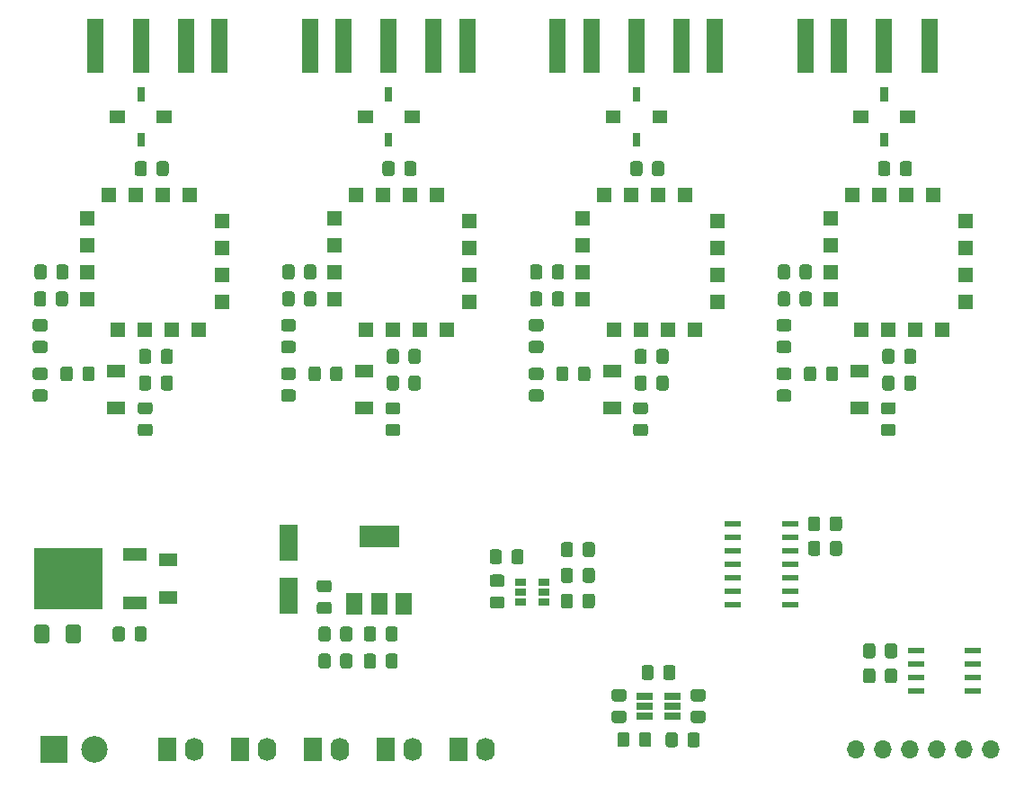
<source format=gbr>
G04 #@! TF.GenerationSoftware,KiCad,Pcbnew,5.1.6+dfsg1-1~bpo10+1*
G04 #@! TF.CreationDate,2020-10-03T08:29:09-04:00*
G04 #@! TF.ProjectId,hardware,68617264-7761-4726-952e-6b696361645f,1.0.0*
G04 #@! TF.SameCoordinates,Original*
G04 #@! TF.FileFunction,Copper,L1,Top*
G04 #@! TF.FilePolarity,Positive*
%FSLAX46Y46*%
G04 Gerber Fmt 4.6, Leading zero omitted, Abs format (unit mm)*
G04 Created by KiCad (PCBNEW 5.1.6+dfsg1-1~bpo10+1) date 2020-10-03 08:29:09*
%MOMM*%
%LPD*%
G01*
G04 APERTURE LIST*
G04 #@! TA.AperFunction,ComponentPad*
%ADD10R,1.740000X2.200000*%
G04 #@! TD*
G04 #@! TA.AperFunction,ComponentPad*
%ADD11O,1.740000X2.200000*%
G04 #@! TD*
G04 #@! TA.AperFunction,SMDPad,CuDef*
%ADD12R,1.320000X1.320000*%
G04 #@! TD*
G04 #@! TA.AperFunction,SMDPad,CuDef*
%ADD13R,1.800000X3.500000*%
G04 #@! TD*
G04 #@! TA.AperFunction,SMDPad,CuDef*
%ADD14R,2.200000X1.200000*%
G04 #@! TD*
G04 #@! TA.AperFunction,SMDPad,CuDef*
%ADD15R,6.400000X5.800000*%
G04 #@! TD*
G04 #@! TA.AperFunction,SMDPad,CuDef*
%ADD16C,0.100000*%
G04 #@! TD*
G04 #@! TA.AperFunction,SMDPad,CuDef*
%ADD17R,3.800000X2.000000*%
G04 #@! TD*
G04 #@! TA.AperFunction,SMDPad,CuDef*
%ADD18R,1.500000X2.000000*%
G04 #@! TD*
G04 #@! TA.AperFunction,SMDPad,CuDef*
%ADD19R,1.560000X0.650000*%
G04 #@! TD*
G04 #@! TA.AperFunction,ComponentPad*
%ADD20O,1.700000X1.700000*%
G04 #@! TD*
G04 #@! TA.AperFunction,ComponentPad*
%ADD21R,2.499360X2.499360*%
G04 #@! TD*
G04 #@! TA.AperFunction,ComponentPad*
%ADD22C,2.499360*%
G04 #@! TD*
G04 #@! TA.AperFunction,SMDPad,CuDef*
%ADD23R,1.500000X0.600000*%
G04 #@! TD*
G04 #@! TA.AperFunction,SMDPad,CuDef*
%ADD24R,1.700000X1.300000*%
G04 #@! TD*
G04 #@! TA.AperFunction,SMDPad,CuDef*
%ADD25R,1.500000X5.080000*%
G04 #@! TD*
G04 #@! TA.AperFunction,SMDPad,CuDef*
%ADD26R,1.550000X0.600000*%
G04 #@! TD*
G04 #@! TA.AperFunction,SMDPad,CuDef*
%ADD27R,1.060000X0.650000*%
G04 #@! TD*
G04 APERTURE END LIST*
D10*
X82500000Y-120750000D03*
D11*
X85040000Y-120750000D03*
X112485001Y-120750000D03*
D10*
X109945001Y-120750000D03*
D11*
X105623750Y-120750000D03*
D10*
X103083750Y-120750000D03*
X96222500Y-120750000D03*
D11*
X98762500Y-120750000D03*
X91901250Y-120750000D03*
D10*
X89361250Y-120750000D03*
D12*
X157640000Y-78583000D03*
X157640000Y-76043000D03*
X157640000Y-73503000D03*
X157640000Y-70963000D03*
X144940000Y-78329000D03*
X144940000Y-75789000D03*
X144940000Y-73249000D03*
X144940000Y-70709000D03*
X155481000Y-81250000D03*
X152941000Y-81250000D03*
X150401000Y-81250000D03*
X147861000Y-81250000D03*
X146972000Y-68550000D03*
X149512000Y-68550000D03*
X152052000Y-68550000D03*
X154592000Y-68550000D03*
X134306664Y-78583000D03*
X134306664Y-76043000D03*
X134306664Y-73503000D03*
X134306664Y-70963000D03*
X121606664Y-78329000D03*
X121606664Y-75789000D03*
X121606664Y-73249000D03*
X121606664Y-70709000D03*
X132147664Y-81250000D03*
X129607664Y-81250000D03*
X127067664Y-81250000D03*
X124527664Y-81250000D03*
X123638664Y-68550000D03*
X126178664Y-68550000D03*
X128718664Y-68550000D03*
X131258664Y-68550000D03*
X110971332Y-78583000D03*
X110971332Y-76043000D03*
X110971332Y-73503000D03*
X110971332Y-70963000D03*
X98271332Y-78329000D03*
X98271332Y-75789000D03*
X98271332Y-73249000D03*
X98271332Y-70709000D03*
X108812332Y-81250000D03*
X106272332Y-81250000D03*
X103732332Y-81250000D03*
X101192332Y-81250000D03*
X100303332Y-68550000D03*
X102843332Y-68550000D03*
X105383332Y-68550000D03*
X107923332Y-68550000D03*
X84590000Y-68550000D03*
X82050000Y-68550000D03*
X79510000Y-68550000D03*
X76970000Y-68550000D03*
X77859000Y-81250000D03*
X80399000Y-81250000D03*
X82939000Y-81250000D03*
X85479000Y-81250000D03*
X74938000Y-70709000D03*
X74938000Y-73249000D03*
X74938000Y-75789000D03*
X74938000Y-78329000D03*
X87638000Y-70963000D03*
X87638000Y-73503000D03*
X87638000Y-76043000D03*
X87638000Y-78583000D03*
G04 #@! TA.AperFunction,SMDPad,CuDef*
G36*
G01*
X69938000Y-78779001D02*
X69938000Y-77878999D01*
G75*
G02*
X70187999Y-77629000I249999J0D01*
G01*
X70838001Y-77629000D01*
G75*
G02*
X71088000Y-77878999I0J-249999D01*
G01*
X71088000Y-78779001D01*
G75*
G02*
X70838001Y-79029000I-249999J0D01*
G01*
X70187999Y-79029000D01*
G75*
G02*
X69938000Y-78779001I0J249999D01*
G01*
G37*
G04 #@! TD.AperFunction*
G04 #@! TA.AperFunction,SMDPad,CuDef*
G36*
G01*
X71988000Y-78779001D02*
X71988000Y-77878999D01*
G75*
G02*
X72237999Y-77629000I249999J0D01*
G01*
X72888001Y-77629000D01*
G75*
G02*
X73138000Y-77878999I0J-249999D01*
G01*
X73138000Y-78779001D01*
G75*
G02*
X72888001Y-79029000I-249999J0D01*
G01*
X72237999Y-79029000D01*
G75*
G02*
X71988000Y-78779001I0J249999D01*
G01*
G37*
G04 #@! TD.AperFunction*
G04 #@! TA.AperFunction,SMDPad,CuDef*
G36*
G01*
X72038000Y-76239001D02*
X72038000Y-75338999D01*
G75*
G02*
X72287999Y-75089000I249999J0D01*
G01*
X72938001Y-75089000D01*
G75*
G02*
X73188000Y-75338999I0J-249999D01*
G01*
X73188000Y-76239001D01*
G75*
G02*
X72938001Y-76489000I-249999J0D01*
G01*
X72287999Y-76489000D01*
G75*
G02*
X72038000Y-76239001I0J249999D01*
G01*
G37*
G04 #@! TD.AperFunction*
G04 #@! TA.AperFunction,SMDPad,CuDef*
G36*
G01*
X69988000Y-76239001D02*
X69988000Y-75338999D01*
G75*
G02*
X70237999Y-75089000I249999J0D01*
G01*
X70888001Y-75089000D01*
G75*
G02*
X71138000Y-75338999I0J-249999D01*
G01*
X71138000Y-76239001D01*
G75*
G02*
X70888001Y-76489000I-249999J0D01*
G01*
X70237999Y-76489000D01*
G75*
G02*
X69988000Y-76239001I0J249999D01*
G01*
G37*
G04 #@! TD.AperFunction*
G04 #@! TA.AperFunction,SMDPad,CuDef*
G36*
G01*
X93321332Y-78779001D02*
X93321332Y-77878999D01*
G75*
G02*
X93571331Y-77629000I249999J0D01*
G01*
X94221333Y-77629000D01*
G75*
G02*
X94471332Y-77878999I0J-249999D01*
G01*
X94471332Y-78779001D01*
G75*
G02*
X94221333Y-79029000I-249999J0D01*
G01*
X93571331Y-79029000D01*
G75*
G02*
X93321332Y-78779001I0J249999D01*
G01*
G37*
G04 #@! TD.AperFunction*
G04 #@! TA.AperFunction,SMDPad,CuDef*
G36*
G01*
X95371332Y-78779001D02*
X95371332Y-77878999D01*
G75*
G02*
X95621331Y-77629000I249999J0D01*
G01*
X96271333Y-77629000D01*
G75*
G02*
X96521332Y-77878999I0J-249999D01*
G01*
X96521332Y-78779001D01*
G75*
G02*
X96271333Y-79029000I-249999J0D01*
G01*
X95621331Y-79029000D01*
G75*
G02*
X95371332Y-78779001I0J249999D01*
G01*
G37*
G04 #@! TD.AperFunction*
G04 #@! TA.AperFunction,SMDPad,CuDef*
G36*
G01*
X95371332Y-76239001D02*
X95371332Y-75338999D01*
G75*
G02*
X95621331Y-75089000I249999J0D01*
G01*
X96271333Y-75089000D01*
G75*
G02*
X96521332Y-75338999I0J-249999D01*
G01*
X96521332Y-76239001D01*
G75*
G02*
X96271333Y-76489000I-249999J0D01*
G01*
X95621331Y-76489000D01*
G75*
G02*
X95371332Y-76239001I0J249999D01*
G01*
G37*
G04 #@! TD.AperFunction*
G04 #@! TA.AperFunction,SMDPad,CuDef*
G36*
G01*
X93321332Y-76239001D02*
X93321332Y-75338999D01*
G75*
G02*
X93571331Y-75089000I249999J0D01*
G01*
X94221333Y-75089000D01*
G75*
G02*
X94471332Y-75338999I0J-249999D01*
G01*
X94471332Y-76239001D01*
G75*
G02*
X94221333Y-76489000I-249999J0D01*
G01*
X93571331Y-76489000D01*
G75*
G02*
X93321332Y-76239001I0J249999D01*
G01*
G37*
G04 #@! TD.AperFunction*
G04 #@! TA.AperFunction,SMDPad,CuDef*
G36*
G01*
X118706664Y-78779001D02*
X118706664Y-77878999D01*
G75*
G02*
X118956663Y-77629000I249999J0D01*
G01*
X119606665Y-77629000D01*
G75*
G02*
X119856664Y-77878999I0J-249999D01*
G01*
X119856664Y-78779001D01*
G75*
G02*
X119606665Y-79029000I-249999J0D01*
G01*
X118956663Y-79029000D01*
G75*
G02*
X118706664Y-78779001I0J249999D01*
G01*
G37*
G04 #@! TD.AperFunction*
G04 #@! TA.AperFunction,SMDPad,CuDef*
G36*
G01*
X116656664Y-78779001D02*
X116656664Y-77878999D01*
G75*
G02*
X116906663Y-77629000I249999J0D01*
G01*
X117556665Y-77629000D01*
G75*
G02*
X117806664Y-77878999I0J-249999D01*
G01*
X117806664Y-78779001D01*
G75*
G02*
X117556665Y-79029000I-249999J0D01*
G01*
X116906663Y-79029000D01*
G75*
G02*
X116656664Y-78779001I0J249999D01*
G01*
G37*
G04 #@! TD.AperFunction*
G04 #@! TA.AperFunction,SMDPad,CuDef*
G36*
G01*
X116656664Y-76239001D02*
X116656664Y-75338999D01*
G75*
G02*
X116906663Y-75089000I249999J0D01*
G01*
X117556665Y-75089000D01*
G75*
G02*
X117806664Y-75338999I0J-249999D01*
G01*
X117806664Y-76239001D01*
G75*
G02*
X117556665Y-76489000I-249999J0D01*
G01*
X116906663Y-76489000D01*
G75*
G02*
X116656664Y-76239001I0J249999D01*
G01*
G37*
G04 #@! TD.AperFunction*
G04 #@! TA.AperFunction,SMDPad,CuDef*
G36*
G01*
X118706664Y-76239001D02*
X118706664Y-75338999D01*
G75*
G02*
X118956663Y-75089000I249999J0D01*
G01*
X119606665Y-75089000D01*
G75*
G02*
X119856664Y-75338999I0J-249999D01*
G01*
X119856664Y-76239001D01*
G75*
G02*
X119606665Y-76489000I-249999J0D01*
G01*
X118956663Y-76489000D01*
G75*
G02*
X118706664Y-76239001I0J249999D01*
G01*
G37*
G04 #@! TD.AperFunction*
G04 #@! TA.AperFunction,SMDPad,CuDef*
G36*
G01*
X142040000Y-78779001D02*
X142040000Y-77878999D01*
G75*
G02*
X142289999Y-77629000I249999J0D01*
G01*
X142940001Y-77629000D01*
G75*
G02*
X143190000Y-77878999I0J-249999D01*
G01*
X143190000Y-78779001D01*
G75*
G02*
X142940001Y-79029000I-249999J0D01*
G01*
X142289999Y-79029000D01*
G75*
G02*
X142040000Y-78779001I0J249999D01*
G01*
G37*
G04 #@! TD.AperFunction*
G04 #@! TA.AperFunction,SMDPad,CuDef*
G36*
G01*
X139990000Y-78779001D02*
X139990000Y-77878999D01*
G75*
G02*
X140239999Y-77629000I249999J0D01*
G01*
X140890001Y-77629000D01*
G75*
G02*
X141140000Y-77878999I0J-249999D01*
G01*
X141140000Y-78779001D01*
G75*
G02*
X140890001Y-79029000I-249999J0D01*
G01*
X140239999Y-79029000D01*
G75*
G02*
X139990000Y-78779001I0J249999D01*
G01*
G37*
G04 #@! TD.AperFunction*
G04 #@! TA.AperFunction,SMDPad,CuDef*
G36*
G01*
X139990000Y-76239001D02*
X139990000Y-75338999D01*
G75*
G02*
X140239999Y-75089000I249999J0D01*
G01*
X140890001Y-75089000D01*
G75*
G02*
X141140000Y-75338999I0J-249999D01*
G01*
X141140000Y-76239001D01*
G75*
G02*
X140890001Y-76489000I-249999J0D01*
G01*
X140239999Y-76489000D01*
G75*
G02*
X139990000Y-76239001I0J249999D01*
G01*
G37*
G04 #@! TD.AperFunction*
G04 #@! TA.AperFunction,SMDPad,CuDef*
G36*
G01*
X142040000Y-76239001D02*
X142040000Y-75338999D01*
G75*
G02*
X142289999Y-75089000I249999J0D01*
G01*
X142940001Y-75089000D01*
G75*
G02*
X143190000Y-75338999I0J-249999D01*
G01*
X143190000Y-76239001D01*
G75*
G02*
X142940001Y-76489000I-249999J0D01*
G01*
X142289999Y-76489000D01*
G75*
G02*
X142040000Y-76239001I0J249999D01*
G01*
G37*
G04 #@! TD.AperFunction*
G04 #@! TA.AperFunction,SMDPad,CuDef*
G36*
G01*
X79425000Y-66500001D02*
X79425000Y-65599999D01*
G75*
G02*
X79674999Y-65350000I249999J0D01*
G01*
X80325001Y-65350000D01*
G75*
G02*
X80575000Y-65599999I0J-249999D01*
G01*
X80575000Y-66500001D01*
G75*
G02*
X80325001Y-66750000I-249999J0D01*
G01*
X79674999Y-66750000D01*
G75*
G02*
X79425000Y-66500001I0J249999D01*
G01*
G37*
G04 #@! TD.AperFunction*
G04 #@! TA.AperFunction,SMDPad,CuDef*
G36*
G01*
X81475000Y-66500001D02*
X81475000Y-65599999D01*
G75*
G02*
X81724999Y-65350000I249999J0D01*
G01*
X82375001Y-65350000D01*
G75*
G02*
X82625000Y-65599999I0J-249999D01*
G01*
X82625000Y-66500001D01*
G75*
G02*
X82375001Y-66750000I-249999J0D01*
G01*
X81724999Y-66750000D01*
G75*
G02*
X81475000Y-66500001I0J249999D01*
G01*
G37*
G04 #@! TD.AperFunction*
G04 #@! TA.AperFunction,SMDPad,CuDef*
G36*
G01*
X102758332Y-66500001D02*
X102758332Y-65599999D01*
G75*
G02*
X103008331Y-65350000I249999J0D01*
G01*
X103658333Y-65350000D01*
G75*
G02*
X103908332Y-65599999I0J-249999D01*
G01*
X103908332Y-66500001D01*
G75*
G02*
X103658333Y-66750000I-249999J0D01*
G01*
X103008331Y-66750000D01*
G75*
G02*
X102758332Y-66500001I0J249999D01*
G01*
G37*
G04 #@! TD.AperFunction*
G04 #@! TA.AperFunction,SMDPad,CuDef*
G36*
G01*
X104808332Y-66500001D02*
X104808332Y-65599999D01*
G75*
G02*
X105058331Y-65350000I249999J0D01*
G01*
X105708333Y-65350000D01*
G75*
G02*
X105958332Y-65599999I0J-249999D01*
G01*
X105958332Y-66500001D01*
G75*
G02*
X105708333Y-66750000I-249999J0D01*
G01*
X105058331Y-66750000D01*
G75*
G02*
X104808332Y-66500001I0J249999D01*
G01*
G37*
G04 #@! TD.AperFunction*
G04 #@! TA.AperFunction,SMDPad,CuDef*
G36*
G01*
X126093664Y-66500001D02*
X126093664Y-65599999D01*
G75*
G02*
X126343663Y-65350000I249999J0D01*
G01*
X126993665Y-65350000D01*
G75*
G02*
X127243664Y-65599999I0J-249999D01*
G01*
X127243664Y-66500001D01*
G75*
G02*
X126993665Y-66750000I-249999J0D01*
G01*
X126343663Y-66750000D01*
G75*
G02*
X126093664Y-66500001I0J249999D01*
G01*
G37*
G04 #@! TD.AperFunction*
G04 #@! TA.AperFunction,SMDPad,CuDef*
G36*
G01*
X128143664Y-66500001D02*
X128143664Y-65599999D01*
G75*
G02*
X128393663Y-65350000I249999J0D01*
G01*
X129043665Y-65350000D01*
G75*
G02*
X129293664Y-65599999I0J-249999D01*
G01*
X129293664Y-66500001D01*
G75*
G02*
X129043665Y-66750000I-249999J0D01*
G01*
X128393663Y-66750000D01*
G75*
G02*
X128143664Y-66500001I0J249999D01*
G01*
G37*
G04 #@! TD.AperFunction*
G04 #@! TA.AperFunction,SMDPad,CuDef*
G36*
G01*
X151477000Y-66500001D02*
X151477000Y-65599999D01*
G75*
G02*
X151726999Y-65350000I249999J0D01*
G01*
X152377001Y-65350000D01*
G75*
G02*
X152627000Y-65599999I0J-249999D01*
G01*
X152627000Y-66500001D01*
G75*
G02*
X152377001Y-66750000I-249999J0D01*
G01*
X151726999Y-66750000D01*
G75*
G02*
X151477000Y-66500001I0J249999D01*
G01*
G37*
G04 #@! TD.AperFunction*
G04 #@! TA.AperFunction,SMDPad,CuDef*
G36*
G01*
X149427000Y-66500001D02*
X149427000Y-65599999D01*
G75*
G02*
X149676999Y-65350000I249999J0D01*
G01*
X150327001Y-65350000D01*
G75*
G02*
X150577000Y-65599999I0J-249999D01*
G01*
X150577000Y-66500001D01*
G75*
G02*
X150327001Y-66750000I-249999J0D01*
G01*
X149676999Y-66750000D01*
G75*
G02*
X149427000Y-66500001I0J249999D01*
G01*
G37*
G04 #@! TD.AperFunction*
G04 #@! TA.AperFunction,SMDPad,CuDef*
G36*
G01*
X81874000Y-86700001D02*
X81874000Y-85799999D01*
G75*
G02*
X82123999Y-85550000I249999J0D01*
G01*
X82774001Y-85550000D01*
G75*
G02*
X83024000Y-85799999I0J-249999D01*
G01*
X83024000Y-86700001D01*
G75*
G02*
X82774001Y-86950000I-249999J0D01*
G01*
X82123999Y-86950000D01*
G75*
G02*
X81874000Y-86700001I0J249999D01*
G01*
G37*
G04 #@! TD.AperFunction*
G04 #@! TA.AperFunction,SMDPad,CuDef*
G36*
G01*
X79824000Y-86700001D02*
X79824000Y-85799999D01*
G75*
G02*
X80073999Y-85550000I249999J0D01*
G01*
X80724001Y-85550000D01*
G75*
G02*
X80974000Y-85799999I0J-249999D01*
G01*
X80974000Y-86700001D01*
G75*
G02*
X80724001Y-86950000I-249999J0D01*
G01*
X80073999Y-86950000D01*
G75*
G02*
X79824000Y-86700001I0J249999D01*
G01*
G37*
G04 #@! TD.AperFunction*
G04 #@! TA.AperFunction,SMDPad,CuDef*
G36*
G01*
X79824000Y-84200001D02*
X79824000Y-83299999D01*
G75*
G02*
X80073999Y-83050000I249999J0D01*
G01*
X80724001Y-83050000D01*
G75*
G02*
X80974000Y-83299999I0J-249999D01*
G01*
X80974000Y-84200001D01*
G75*
G02*
X80724001Y-84450000I-249999J0D01*
G01*
X80073999Y-84450000D01*
G75*
G02*
X79824000Y-84200001I0J249999D01*
G01*
G37*
G04 #@! TD.AperFunction*
G04 #@! TA.AperFunction,SMDPad,CuDef*
G36*
G01*
X81874000Y-84200001D02*
X81874000Y-83299999D01*
G75*
G02*
X82123999Y-83050000I249999J0D01*
G01*
X82774001Y-83050000D01*
G75*
G02*
X83024000Y-83299999I0J-249999D01*
G01*
X83024000Y-84200001D01*
G75*
G02*
X82774001Y-84450000I-249999J0D01*
G01*
X82123999Y-84450000D01*
G75*
G02*
X81874000Y-84200001I0J249999D01*
G01*
G37*
G04 #@! TD.AperFunction*
G04 #@! TA.AperFunction,SMDPad,CuDef*
G36*
G01*
X105207332Y-86700001D02*
X105207332Y-85799999D01*
G75*
G02*
X105457331Y-85550000I249999J0D01*
G01*
X106107333Y-85550000D01*
G75*
G02*
X106357332Y-85799999I0J-249999D01*
G01*
X106357332Y-86700001D01*
G75*
G02*
X106107333Y-86950000I-249999J0D01*
G01*
X105457331Y-86950000D01*
G75*
G02*
X105207332Y-86700001I0J249999D01*
G01*
G37*
G04 #@! TD.AperFunction*
G04 #@! TA.AperFunction,SMDPad,CuDef*
G36*
G01*
X103157332Y-86700001D02*
X103157332Y-85799999D01*
G75*
G02*
X103407331Y-85550000I249999J0D01*
G01*
X104057333Y-85550000D01*
G75*
G02*
X104307332Y-85799999I0J-249999D01*
G01*
X104307332Y-86700001D01*
G75*
G02*
X104057333Y-86950000I-249999J0D01*
G01*
X103407331Y-86950000D01*
G75*
G02*
X103157332Y-86700001I0J249999D01*
G01*
G37*
G04 #@! TD.AperFunction*
G04 #@! TA.AperFunction,SMDPad,CuDef*
G36*
G01*
X103157332Y-84200001D02*
X103157332Y-83299999D01*
G75*
G02*
X103407331Y-83050000I249999J0D01*
G01*
X104057333Y-83050000D01*
G75*
G02*
X104307332Y-83299999I0J-249999D01*
G01*
X104307332Y-84200001D01*
G75*
G02*
X104057333Y-84450000I-249999J0D01*
G01*
X103407331Y-84450000D01*
G75*
G02*
X103157332Y-84200001I0J249999D01*
G01*
G37*
G04 #@! TD.AperFunction*
G04 #@! TA.AperFunction,SMDPad,CuDef*
G36*
G01*
X105207332Y-84200001D02*
X105207332Y-83299999D01*
G75*
G02*
X105457331Y-83050000I249999J0D01*
G01*
X106107333Y-83050000D01*
G75*
G02*
X106357332Y-83299999I0J-249999D01*
G01*
X106357332Y-84200001D01*
G75*
G02*
X106107333Y-84450000I-249999J0D01*
G01*
X105457331Y-84450000D01*
G75*
G02*
X105207332Y-84200001I0J249999D01*
G01*
G37*
G04 #@! TD.AperFunction*
G04 #@! TA.AperFunction,SMDPad,CuDef*
G36*
G01*
X128542664Y-86700001D02*
X128542664Y-85799999D01*
G75*
G02*
X128792663Y-85550000I249999J0D01*
G01*
X129442665Y-85550000D01*
G75*
G02*
X129692664Y-85799999I0J-249999D01*
G01*
X129692664Y-86700001D01*
G75*
G02*
X129442665Y-86950000I-249999J0D01*
G01*
X128792663Y-86950000D01*
G75*
G02*
X128542664Y-86700001I0J249999D01*
G01*
G37*
G04 #@! TD.AperFunction*
G04 #@! TA.AperFunction,SMDPad,CuDef*
G36*
G01*
X126492664Y-86700001D02*
X126492664Y-85799999D01*
G75*
G02*
X126742663Y-85550000I249999J0D01*
G01*
X127392665Y-85550000D01*
G75*
G02*
X127642664Y-85799999I0J-249999D01*
G01*
X127642664Y-86700001D01*
G75*
G02*
X127392665Y-86950000I-249999J0D01*
G01*
X126742663Y-86950000D01*
G75*
G02*
X126492664Y-86700001I0J249999D01*
G01*
G37*
G04 #@! TD.AperFunction*
G04 #@! TA.AperFunction,SMDPad,CuDef*
G36*
G01*
X126492664Y-84200001D02*
X126492664Y-83299999D01*
G75*
G02*
X126742663Y-83050000I249999J0D01*
G01*
X127392665Y-83050000D01*
G75*
G02*
X127642664Y-83299999I0J-249999D01*
G01*
X127642664Y-84200001D01*
G75*
G02*
X127392665Y-84450000I-249999J0D01*
G01*
X126742663Y-84450000D01*
G75*
G02*
X126492664Y-84200001I0J249999D01*
G01*
G37*
G04 #@! TD.AperFunction*
G04 #@! TA.AperFunction,SMDPad,CuDef*
G36*
G01*
X128542664Y-84200001D02*
X128542664Y-83299999D01*
G75*
G02*
X128792663Y-83050000I249999J0D01*
G01*
X129442665Y-83050000D01*
G75*
G02*
X129692664Y-83299999I0J-249999D01*
G01*
X129692664Y-84200001D01*
G75*
G02*
X129442665Y-84450000I-249999J0D01*
G01*
X128792663Y-84450000D01*
G75*
G02*
X128542664Y-84200001I0J249999D01*
G01*
G37*
G04 #@! TD.AperFunction*
G04 #@! TA.AperFunction,SMDPad,CuDef*
G36*
G01*
X149826000Y-86700001D02*
X149826000Y-85799999D01*
G75*
G02*
X150075999Y-85550000I249999J0D01*
G01*
X150726001Y-85550000D01*
G75*
G02*
X150976000Y-85799999I0J-249999D01*
G01*
X150976000Y-86700001D01*
G75*
G02*
X150726001Y-86950000I-249999J0D01*
G01*
X150075999Y-86950000D01*
G75*
G02*
X149826000Y-86700001I0J249999D01*
G01*
G37*
G04 #@! TD.AperFunction*
G04 #@! TA.AperFunction,SMDPad,CuDef*
G36*
G01*
X151876000Y-86700001D02*
X151876000Y-85799999D01*
G75*
G02*
X152125999Y-85550000I249999J0D01*
G01*
X152776001Y-85550000D01*
G75*
G02*
X153026000Y-85799999I0J-249999D01*
G01*
X153026000Y-86700001D01*
G75*
G02*
X152776001Y-86950000I-249999J0D01*
G01*
X152125999Y-86950000D01*
G75*
G02*
X151876000Y-86700001I0J249999D01*
G01*
G37*
G04 #@! TD.AperFunction*
G04 #@! TA.AperFunction,SMDPad,CuDef*
G36*
G01*
X151876000Y-84200001D02*
X151876000Y-83299999D01*
G75*
G02*
X152125999Y-83050000I249999J0D01*
G01*
X152776001Y-83050000D01*
G75*
G02*
X153026000Y-83299999I0J-249999D01*
G01*
X153026000Y-84200001D01*
G75*
G02*
X152776001Y-84450000I-249999J0D01*
G01*
X152125999Y-84450000D01*
G75*
G02*
X151876000Y-84200001I0J249999D01*
G01*
G37*
G04 #@! TD.AperFunction*
G04 #@! TA.AperFunction,SMDPad,CuDef*
G36*
G01*
X149826000Y-84200001D02*
X149826000Y-83299999D01*
G75*
G02*
X150075999Y-83050000I249999J0D01*
G01*
X150726001Y-83050000D01*
G75*
G02*
X150976000Y-83299999I0J-249999D01*
G01*
X150976000Y-84200001D01*
G75*
G02*
X150726001Y-84450000I-249999J0D01*
G01*
X150075999Y-84450000D01*
G75*
G02*
X149826000Y-84200001I0J249999D01*
G01*
G37*
G04 #@! TD.AperFunction*
G04 #@! TA.AperFunction,SMDPad,CuDef*
G36*
G01*
X143980000Y-101379999D02*
X143980000Y-102280001D01*
G75*
G02*
X143730001Y-102530000I-249999J0D01*
G01*
X143079999Y-102530000D01*
G75*
G02*
X142830000Y-102280001I0J249999D01*
G01*
X142830000Y-101379999D01*
G75*
G02*
X143079999Y-101130000I249999J0D01*
G01*
X143730001Y-101130000D01*
G75*
G02*
X143980000Y-101379999I0J-249999D01*
G01*
G37*
G04 #@! TD.AperFunction*
G04 #@! TA.AperFunction,SMDPad,CuDef*
G36*
G01*
X146030000Y-101379999D02*
X146030000Y-102280001D01*
G75*
G02*
X145780001Y-102530000I-249999J0D01*
G01*
X145129999Y-102530000D01*
G75*
G02*
X144880000Y-102280001I0J249999D01*
G01*
X144880000Y-101379999D01*
G75*
G02*
X145129999Y-101130000I249999J0D01*
G01*
X145780001Y-101130000D01*
G75*
G02*
X146030000Y-101379999I0J-249999D01*
G01*
G37*
G04 #@! TD.AperFunction*
G04 #@! TA.AperFunction,SMDPad,CuDef*
G36*
G01*
X146030000Y-99064999D02*
X146030000Y-99965001D01*
G75*
G02*
X145780001Y-100215000I-249999J0D01*
G01*
X145129999Y-100215000D01*
G75*
G02*
X144880000Y-99965001I0J249999D01*
G01*
X144880000Y-99064999D01*
G75*
G02*
X145129999Y-98815000I249999J0D01*
G01*
X145780001Y-98815000D01*
G75*
G02*
X146030000Y-99064999I0J-249999D01*
G01*
G37*
G04 #@! TD.AperFunction*
G04 #@! TA.AperFunction,SMDPad,CuDef*
G36*
G01*
X143980000Y-99064999D02*
X143980000Y-99965001D01*
G75*
G02*
X143730001Y-100215000I-249999J0D01*
G01*
X143079999Y-100215000D01*
G75*
G02*
X142830000Y-99965001I0J249999D01*
G01*
X142830000Y-99064999D01*
G75*
G02*
X143079999Y-98815000I249999J0D01*
G01*
X143730001Y-98815000D01*
G75*
G02*
X143980000Y-99064999I0J-249999D01*
G01*
G37*
G04 #@! TD.AperFunction*
G04 #@! TA.AperFunction,SMDPad,CuDef*
G36*
G01*
X148020000Y-114290001D02*
X148020000Y-113389999D01*
G75*
G02*
X148269999Y-113140000I249999J0D01*
G01*
X148920001Y-113140000D01*
G75*
G02*
X149170000Y-113389999I0J-249999D01*
G01*
X149170000Y-114290001D01*
G75*
G02*
X148920001Y-114540000I-249999J0D01*
G01*
X148269999Y-114540000D01*
G75*
G02*
X148020000Y-114290001I0J249999D01*
G01*
G37*
G04 #@! TD.AperFunction*
G04 #@! TA.AperFunction,SMDPad,CuDef*
G36*
G01*
X150070000Y-114290001D02*
X150070000Y-113389999D01*
G75*
G02*
X150319999Y-113140000I249999J0D01*
G01*
X150970001Y-113140000D01*
G75*
G02*
X151220000Y-113389999I0J-249999D01*
G01*
X151220000Y-114290001D01*
G75*
G02*
X150970001Y-114540000I-249999J0D01*
G01*
X150319999Y-114540000D01*
G75*
G02*
X150070000Y-114290001I0J249999D01*
G01*
G37*
G04 #@! TD.AperFunction*
G04 #@! TA.AperFunction,SMDPad,CuDef*
G36*
G01*
X150070000Y-111940001D02*
X150070000Y-111039999D01*
G75*
G02*
X150319999Y-110790000I249999J0D01*
G01*
X150970001Y-110790000D01*
G75*
G02*
X151220000Y-111039999I0J-249999D01*
G01*
X151220000Y-111940001D01*
G75*
G02*
X150970001Y-112190000I-249999J0D01*
G01*
X150319999Y-112190000D01*
G75*
G02*
X150070000Y-111940001I0J249999D01*
G01*
G37*
G04 #@! TD.AperFunction*
G04 #@! TA.AperFunction,SMDPad,CuDef*
G36*
G01*
X148020000Y-111940001D02*
X148020000Y-111039999D01*
G75*
G02*
X148269999Y-110790000I249999J0D01*
G01*
X148920001Y-110790000D01*
G75*
G02*
X149170000Y-111039999I0J-249999D01*
G01*
X149170000Y-111940001D01*
G75*
G02*
X148920001Y-112190000I-249999J0D01*
G01*
X148269999Y-112190000D01*
G75*
G02*
X148020000Y-111940001I0J249999D01*
G01*
G37*
G04 #@! TD.AperFunction*
G04 #@! TA.AperFunction,SMDPad,CuDef*
G36*
G01*
X104200000Y-109449999D02*
X104200000Y-110350001D01*
G75*
G02*
X103950001Y-110600000I-249999J0D01*
G01*
X103299999Y-110600000D01*
G75*
G02*
X103050000Y-110350001I0J249999D01*
G01*
X103050000Y-109449999D01*
G75*
G02*
X103299999Y-109200000I249999J0D01*
G01*
X103950001Y-109200000D01*
G75*
G02*
X104200000Y-109449999I0J-249999D01*
G01*
G37*
G04 #@! TD.AperFunction*
G04 #@! TA.AperFunction,SMDPad,CuDef*
G36*
G01*
X102150000Y-109449999D02*
X102150000Y-110350001D01*
G75*
G02*
X101900001Y-110600000I-249999J0D01*
G01*
X101249999Y-110600000D01*
G75*
G02*
X101000000Y-110350001I0J249999D01*
G01*
X101000000Y-109449999D01*
G75*
G02*
X101249999Y-109200000I249999J0D01*
G01*
X101900001Y-109200000D01*
G75*
G02*
X102150000Y-109449999I0J-249999D01*
G01*
G37*
G04 #@! TD.AperFunction*
G04 #@! TA.AperFunction,SMDPad,CuDef*
G36*
G01*
X104200000Y-111999999D02*
X104200000Y-112900001D01*
G75*
G02*
X103950001Y-113150000I-249999J0D01*
G01*
X103299999Y-113150000D01*
G75*
G02*
X103050000Y-112900001I0J249999D01*
G01*
X103050000Y-111999999D01*
G75*
G02*
X103299999Y-111750000I249999J0D01*
G01*
X103950001Y-111750000D01*
G75*
G02*
X104200000Y-111999999I0J-249999D01*
G01*
G37*
G04 #@! TD.AperFunction*
G04 #@! TA.AperFunction,SMDPad,CuDef*
G36*
G01*
X102150000Y-111999999D02*
X102150000Y-112900001D01*
G75*
G02*
X101900001Y-113150000I-249999J0D01*
G01*
X101249999Y-113150000D01*
G75*
G02*
X101000000Y-112900001I0J249999D01*
G01*
X101000000Y-111999999D01*
G75*
G02*
X101249999Y-111750000I249999J0D01*
G01*
X101900001Y-111750000D01*
G75*
G02*
X102150000Y-111999999I0J-249999D01*
G01*
G37*
G04 #@! TD.AperFunction*
G04 #@! TA.AperFunction,SMDPad,CuDef*
G36*
G01*
X125480001Y-116245000D02*
X124579999Y-116245000D01*
G75*
G02*
X124330000Y-115995001I0J249999D01*
G01*
X124330000Y-115344999D01*
G75*
G02*
X124579999Y-115095000I249999J0D01*
G01*
X125480001Y-115095000D01*
G75*
G02*
X125730000Y-115344999I0J-249999D01*
G01*
X125730000Y-115995001D01*
G75*
G02*
X125480001Y-116245000I-249999J0D01*
G01*
G37*
G04 #@! TD.AperFunction*
G04 #@! TA.AperFunction,SMDPad,CuDef*
G36*
G01*
X125480001Y-118295000D02*
X124579999Y-118295000D01*
G75*
G02*
X124330000Y-118045001I0J249999D01*
G01*
X124330000Y-117394999D01*
G75*
G02*
X124579999Y-117145000I249999J0D01*
G01*
X125480001Y-117145000D01*
G75*
G02*
X125730000Y-117394999I0J-249999D01*
G01*
X125730000Y-118045001D01*
G75*
G02*
X125480001Y-118295000I-249999J0D01*
G01*
G37*
G04 #@! TD.AperFunction*
G04 #@! TA.AperFunction,SMDPad,CuDef*
G36*
G01*
X98775000Y-112900001D02*
X98775000Y-111999999D01*
G75*
G02*
X99024999Y-111750000I249999J0D01*
G01*
X99675001Y-111750000D01*
G75*
G02*
X99925000Y-111999999I0J-249999D01*
G01*
X99925000Y-112900001D01*
G75*
G02*
X99675001Y-113150000I-249999J0D01*
G01*
X99024999Y-113150000D01*
G75*
G02*
X98775000Y-112900001I0J249999D01*
G01*
G37*
G04 #@! TD.AperFunction*
G04 #@! TA.AperFunction,SMDPad,CuDef*
G36*
G01*
X96725000Y-112900001D02*
X96725000Y-111999999D01*
G75*
G02*
X96974999Y-111750000I249999J0D01*
G01*
X97625001Y-111750000D01*
G75*
G02*
X97875000Y-111999999I0J-249999D01*
G01*
X97875000Y-112900001D01*
G75*
G02*
X97625001Y-113150000I-249999J0D01*
G01*
X96974999Y-113150000D01*
G75*
G02*
X96725000Y-112900001I0J249999D01*
G01*
G37*
G04 #@! TD.AperFunction*
G04 #@! TA.AperFunction,SMDPad,CuDef*
G36*
G01*
X132029999Y-117145000D02*
X132930001Y-117145000D01*
G75*
G02*
X133180000Y-117394999I0J-249999D01*
G01*
X133180000Y-118045001D01*
G75*
G02*
X132930001Y-118295000I-249999J0D01*
G01*
X132029999Y-118295000D01*
G75*
G02*
X131780000Y-118045001I0J249999D01*
G01*
X131780000Y-117394999D01*
G75*
G02*
X132029999Y-117145000I249999J0D01*
G01*
G37*
G04 #@! TD.AperFunction*
G04 #@! TA.AperFunction,SMDPad,CuDef*
G36*
G01*
X132029999Y-115095000D02*
X132930001Y-115095000D01*
G75*
G02*
X133180000Y-115344999I0J-249999D01*
G01*
X133180000Y-115995001D01*
G75*
G02*
X132930001Y-116245000I-249999J0D01*
G01*
X132029999Y-116245000D01*
G75*
G02*
X131780000Y-115995001I0J249999D01*
G01*
X131780000Y-115344999D01*
G75*
G02*
X132029999Y-115095000I249999J0D01*
G01*
G37*
G04 #@! TD.AperFunction*
D13*
X93950000Y-101275000D03*
X93950000Y-106275000D03*
G04 #@! TA.AperFunction,SMDPad,CuDef*
G36*
G01*
X127150000Y-113980001D02*
X127150000Y-113079999D01*
G75*
G02*
X127399999Y-112830000I249999J0D01*
G01*
X128050001Y-112830000D01*
G75*
G02*
X128300000Y-113079999I0J-249999D01*
G01*
X128300000Y-113980001D01*
G75*
G02*
X128050001Y-114230000I-249999J0D01*
G01*
X127399999Y-114230000D01*
G75*
G02*
X127150000Y-113980001I0J249999D01*
G01*
G37*
G04 #@! TD.AperFunction*
G04 #@! TA.AperFunction,SMDPad,CuDef*
G36*
G01*
X129200000Y-113980001D02*
X129200000Y-113079999D01*
G75*
G02*
X129449999Y-112830000I249999J0D01*
G01*
X130100001Y-112830000D01*
G75*
G02*
X130350000Y-113079999I0J-249999D01*
G01*
X130350000Y-113980001D01*
G75*
G02*
X130100001Y-114230000I-249999J0D01*
G01*
X129449999Y-114230000D01*
G75*
G02*
X129200000Y-113980001I0J249999D01*
G01*
G37*
G04 #@! TD.AperFunction*
D14*
X79450000Y-106955000D03*
X79450000Y-102395000D03*
D15*
X73150000Y-104675000D03*
G04 #@! TA.AperFunction,SMDPad,CuDef*
G36*
G01*
X79948999Y-88050000D02*
X80849001Y-88050000D01*
G75*
G02*
X81099000Y-88299999I0J-249999D01*
G01*
X81099000Y-88950001D01*
G75*
G02*
X80849001Y-89200000I-249999J0D01*
G01*
X79948999Y-89200000D01*
G75*
G02*
X79699000Y-88950001I0J249999D01*
G01*
X79699000Y-88299999D01*
G75*
G02*
X79948999Y-88050000I249999J0D01*
G01*
G37*
G04 #@! TD.AperFunction*
G04 #@! TA.AperFunction,SMDPad,CuDef*
G36*
G01*
X79948999Y-90100000D02*
X80849001Y-90100000D01*
G75*
G02*
X81099000Y-90349999I0J-249999D01*
G01*
X81099000Y-91000001D01*
G75*
G02*
X80849001Y-91250000I-249999J0D01*
G01*
X79948999Y-91250000D01*
G75*
G02*
X79699000Y-91000001I0J249999D01*
G01*
X79699000Y-90349999D01*
G75*
G02*
X79948999Y-90100000I249999J0D01*
G01*
G37*
G04 #@! TD.AperFunction*
G04 #@! TA.AperFunction,SMDPad,CuDef*
G36*
G01*
X103282331Y-88050000D02*
X104182333Y-88050000D01*
G75*
G02*
X104432332Y-88299999I0J-249999D01*
G01*
X104432332Y-88950001D01*
G75*
G02*
X104182333Y-89200000I-249999J0D01*
G01*
X103282331Y-89200000D01*
G75*
G02*
X103032332Y-88950001I0J249999D01*
G01*
X103032332Y-88299999D01*
G75*
G02*
X103282331Y-88050000I249999J0D01*
G01*
G37*
G04 #@! TD.AperFunction*
G04 #@! TA.AperFunction,SMDPad,CuDef*
G36*
G01*
X103282331Y-90100000D02*
X104182333Y-90100000D01*
G75*
G02*
X104432332Y-90349999I0J-249999D01*
G01*
X104432332Y-91000001D01*
G75*
G02*
X104182333Y-91250000I-249999J0D01*
G01*
X103282331Y-91250000D01*
G75*
G02*
X103032332Y-91000001I0J249999D01*
G01*
X103032332Y-90349999D01*
G75*
G02*
X103282331Y-90100000I249999J0D01*
G01*
G37*
G04 #@! TD.AperFunction*
G04 #@! TA.AperFunction,SMDPad,CuDef*
G36*
G01*
X126617663Y-90100000D02*
X127517665Y-90100000D01*
G75*
G02*
X127767664Y-90349999I0J-249999D01*
G01*
X127767664Y-91000001D01*
G75*
G02*
X127517665Y-91250000I-249999J0D01*
G01*
X126617663Y-91250000D01*
G75*
G02*
X126367664Y-91000001I0J249999D01*
G01*
X126367664Y-90349999D01*
G75*
G02*
X126617663Y-90100000I249999J0D01*
G01*
G37*
G04 #@! TD.AperFunction*
G04 #@! TA.AperFunction,SMDPad,CuDef*
G36*
G01*
X126617663Y-88050000D02*
X127517665Y-88050000D01*
G75*
G02*
X127767664Y-88299999I0J-249999D01*
G01*
X127767664Y-88950001D01*
G75*
G02*
X127517665Y-89200000I-249999J0D01*
G01*
X126617663Y-89200000D01*
G75*
G02*
X126367664Y-88950001I0J249999D01*
G01*
X126367664Y-88299999D01*
G75*
G02*
X126617663Y-88050000I249999J0D01*
G01*
G37*
G04 #@! TD.AperFunction*
G04 #@! TA.AperFunction,SMDPad,CuDef*
G36*
G01*
X149950999Y-88050000D02*
X150851001Y-88050000D01*
G75*
G02*
X151101000Y-88299999I0J-249999D01*
G01*
X151101000Y-88950001D01*
G75*
G02*
X150851001Y-89200000I-249999J0D01*
G01*
X149950999Y-89200000D01*
G75*
G02*
X149701000Y-88950001I0J249999D01*
G01*
X149701000Y-88299999D01*
G75*
G02*
X149950999Y-88050000I249999J0D01*
G01*
G37*
G04 #@! TD.AperFunction*
G04 #@! TA.AperFunction,SMDPad,CuDef*
G36*
G01*
X149950999Y-90100000D02*
X150851001Y-90100000D01*
G75*
G02*
X151101000Y-90349999I0J-249999D01*
G01*
X151101000Y-91000001D01*
G75*
G02*
X150851001Y-91250000I-249999J0D01*
G01*
X149950999Y-91250000D01*
G75*
G02*
X149701000Y-91000001I0J249999D01*
G01*
X149701000Y-90349999D01*
G75*
G02*
X149950999Y-90100000I249999J0D01*
G01*
G37*
G04 #@! TD.AperFunction*
G04 #@! TA.AperFunction,SMDPad,CuDef*
G36*
G01*
X96824999Y-104825000D02*
X97725001Y-104825000D01*
G75*
G02*
X97975000Y-105074999I0J-249999D01*
G01*
X97975000Y-105725001D01*
G75*
G02*
X97725001Y-105975000I-249999J0D01*
G01*
X96824999Y-105975000D01*
G75*
G02*
X96575000Y-105725001I0J249999D01*
G01*
X96575000Y-105074999D01*
G75*
G02*
X96824999Y-104825000I249999J0D01*
G01*
G37*
G04 #@! TD.AperFunction*
G04 #@! TA.AperFunction,SMDPad,CuDef*
G36*
G01*
X96824999Y-106875000D02*
X97725001Y-106875000D01*
G75*
G02*
X97975000Y-107124999I0J-249999D01*
G01*
X97975000Y-107775001D01*
G75*
G02*
X97725001Y-108025000I-249999J0D01*
G01*
X96824999Y-108025000D01*
G75*
G02*
X96575000Y-107775001I0J249999D01*
G01*
X96575000Y-107124999D01*
G75*
G02*
X96824999Y-106875000I249999J0D01*
G01*
G37*
G04 #@! TD.AperFunction*
G04 #@! TA.AperFunction,SMDPad,CuDef*
G36*
G01*
X124870000Y-120300001D02*
X124870000Y-119399999D01*
G75*
G02*
X125119999Y-119150000I249999J0D01*
G01*
X125770001Y-119150000D01*
G75*
G02*
X126020000Y-119399999I0J-249999D01*
G01*
X126020000Y-120300001D01*
G75*
G02*
X125770001Y-120550000I-249999J0D01*
G01*
X125119999Y-120550000D01*
G75*
G02*
X124870000Y-120300001I0J249999D01*
G01*
G37*
G04 #@! TD.AperFunction*
G04 #@! TA.AperFunction,SMDPad,CuDef*
G36*
G01*
X126920000Y-120300001D02*
X126920000Y-119399999D01*
G75*
G02*
X127169999Y-119150000I249999J0D01*
G01*
X127820001Y-119150000D01*
G75*
G02*
X128070000Y-119399999I0J-249999D01*
G01*
X128070000Y-120300001D01*
G75*
G02*
X127820001Y-120550000I-249999J0D01*
G01*
X127169999Y-120550000D01*
G75*
G02*
X126920000Y-120300001I0J249999D01*
G01*
G37*
G04 #@! TD.AperFunction*
G04 #@! TA.AperFunction,SMDPad,CuDef*
G36*
G01*
X80550000Y-109449999D02*
X80550000Y-110350001D01*
G75*
G02*
X80300001Y-110600000I-249999J0D01*
G01*
X79649999Y-110600000D01*
G75*
G02*
X79400000Y-110350001I0J249999D01*
G01*
X79400000Y-109449999D01*
G75*
G02*
X79649999Y-109200000I249999J0D01*
G01*
X80300001Y-109200000D01*
G75*
G02*
X80550000Y-109449999I0J-249999D01*
G01*
G37*
G04 #@! TD.AperFunction*
G04 #@! TA.AperFunction,SMDPad,CuDef*
G36*
G01*
X78500000Y-109449999D02*
X78500000Y-110350001D01*
G75*
G02*
X78250001Y-110600000I-249999J0D01*
G01*
X77599999Y-110600000D01*
G75*
G02*
X77350000Y-110350001I0J249999D01*
G01*
X77350000Y-109449999D01*
G75*
G02*
X77599999Y-109200000I249999J0D01*
G01*
X78250001Y-109200000D01*
G75*
G02*
X78500000Y-109449999I0J-249999D01*
G01*
G37*
G04 #@! TD.AperFunction*
G04 #@! TA.AperFunction,SMDPad,CuDef*
G36*
G01*
X98775000Y-110350001D02*
X98775000Y-109449999D01*
G75*
G02*
X99024999Y-109200000I249999J0D01*
G01*
X99675001Y-109200000D01*
G75*
G02*
X99925000Y-109449999I0J-249999D01*
G01*
X99925000Y-110350001D01*
G75*
G02*
X99675001Y-110600000I-249999J0D01*
G01*
X99024999Y-110600000D01*
G75*
G02*
X98775000Y-110350001I0J249999D01*
G01*
G37*
G04 #@! TD.AperFunction*
G04 #@! TA.AperFunction,SMDPad,CuDef*
G36*
G01*
X96725000Y-110350001D02*
X96725000Y-109449999D01*
G75*
G02*
X96974999Y-109200000I249999J0D01*
G01*
X97625001Y-109200000D01*
G75*
G02*
X97875000Y-109449999I0J-249999D01*
G01*
X97875000Y-110350001D01*
G75*
G02*
X97625001Y-110600000I-249999J0D01*
G01*
X96974999Y-110600000D01*
G75*
G02*
X96725000Y-110350001I0J249999D01*
G01*
G37*
G04 #@! TD.AperFunction*
G04 #@! TA.AperFunction,SMDPad,CuDef*
G36*
G01*
X132630000Y-119419999D02*
X132630000Y-120320001D01*
G75*
G02*
X132380001Y-120570000I-249999J0D01*
G01*
X131729999Y-120570000D01*
G75*
G02*
X131480000Y-120320001I0J249999D01*
G01*
X131480000Y-119419999D01*
G75*
G02*
X131729999Y-119170000I249999J0D01*
G01*
X132380001Y-119170000D01*
G75*
G02*
X132630000Y-119419999I0J-249999D01*
G01*
G37*
G04 #@! TD.AperFunction*
G04 #@! TA.AperFunction,SMDPad,CuDef*
G36*
G01*
X130580000Y-119419999D02*
X130580000Y-120320001D01*
G75*
G02*
X130330001Y-120570000I-249999J0D01*
G01*
X129679999Y-120570000D01*
G75*
G02*
X129430000Y-120320001I0J249999D01*
G01*
X129430000Y-119419999D01*
G75*
G02*
X129679999Y-119170000I249999J0D01*
G01*
X130330001Y-119170000D01*
G75*
G02*
X130580000Y-119419999I0J-249999D01*
G01*
G37*
G04 #@! TD.AperFunction*
G04 #@! TA.AperFunction,SMDPad,CuDef*
D16*
G36*
X79650000Y-62695000D02*
G01*
X80350000Y-62695000D01*
X80350000Y-63995000D01*
X79650000Y-63995000D01*
X79650000Y-62695000D01*
G37*
G04 #@! TD.AperFunction*
G04 #@! TA.AperFunction,SMDPad,CuDef*
G36*
X79650000Y-58395000D02*
G01*
X80350000Y-58395000D01*
X80350000Y-59695000D01*
X79650000Y-59695000D01*
X79650000Y-58395000D01*
G37*
G04 #@! TD.AperFunction*
G04 #@! TA.AperFunction,SMDPad,CuDef*
G36*
X81500000Y-60595000D02*
G01*
X82900000Y-60595000D01*
X82900000Y-61795000D01*
X81500000Y-61795000D01*
X81500000Y-60595000D01*
G37*
G04 #@! TD.AperFunction*
G04 #@! TA.AperFunction,SMDPad,CuDef*
G36*
X77100000Y-60595000D02*
G01*
X78500000Y-60595000D01*
X78500000Y-61795000D01*
X77100000Y-61795000D01*
X77100000Y-60595000D01*
G37*
G04 #@! TD.AperFunction*
G04 #@! TA.AperFunction,SMDPad,CuDef*
G36*
X102983332Y-62695000D02*
G01*
X103683332Y-62695000D01*
X103683332Y-63995000D01*
X102983332Y-63995000D01*
X102983332Y-62695000D01*
G37*
G04 #@! TD.AperFunction*
G04 #@! TA.AperFunction,SMDPad,CuDef*
G36*
X102983332Y-58395000D02*
G01*
X103683332Y-58395000D01*
X103683332Y-59695000D01*
X102983332Y-59695000D01*
X102983332Y-58395000D01*
G37*
G04 #@! TD.AperFunction*
G04 #@! TA.AperFunction,SMDPad,CuDef*
G36*
X104833332Y-60595000D02*
G01*
X106233332Y-60595000D01*
X106233332Y-61795000D01*
X104833332Y-61795000D01*
X104833332Y-60595000D01*
G37*
G04 #@! TD.AperFunction*
G04 #@! TA.AperFunction,SMDPad,CuDef*
G36*
X100433332Y-60595000D02*
G01*
X101833332Y-60595000D01*
X101833332Y-61795000D01*
X100433332Y-61795000D01*
X100433332Y-60595000D01*
G37*
G04 #@! TD.AperFunction*
G04 #@! TA.AperFunction,SMDPad,CuDef*
G36*
X123766664Y-60595000D02*
G01*
X125166664Y-60595000D01*
X125166664Y-61795000D01*
X123766664Y-61795000D01*
X123766664Y-60595000D01*
G37*
G04 #@! TD.AperFunction*
G04 #@! TA.AperFunction,SMDPad,CuDef*
G36*
X128166664Y-60595000D02*
G01*
X129566664Y-60595000D01*
X129566664Y-61795000D01*
X128166664Y-61795000D01*
X128166664Y-60595000D01*
G37*
G04 #@! TD.AperFunction*
G04 #@! TA.AperFunction,SMDPad,CuDef*
G36*
X126316664Y-58395000D02*
G01*
X127016664Y-58395000D01*
X127016664Y-59695000D01*
X126316664Y-59695000D01*
X126316664Y-58395000D01*
G37*
G04 #@! TD.AperFunction*
G04 #@! TA.AperFunction,SMDPad,CuDef*
G36*
X126316664Y-62695000D02*
G01*
X127016664Y-62695000D01*
X127016664Y-63995000D01*
X126316664Y-63995000D01*
X126316664Y-62695000D01*
G37*
G04 #@! TD.AperFunction*
G04 #@! TA.AperFunction,SMDPad,CuDef*
G36*
X149650000Y-62695000D02*
G01*
X150350000Y-62695000D01*
X150350000Y-63995000D01*
X149650000Y-63995000D01*
X149650000Y-62695000D01*
G37*
G04 #@! TD.AperFunction*
G04 #@! TA.AperFunction,SMDPad,CuDef*
G36*
X149650000Y-58395000D02*
G01*
X150350000Y-58395000D01*
X150350000Y-59695000D01*
X149650000Y-59695000D01*
X149650000Y-58395000D01*
G37*
G04 #@! TD.AperFunction*
G04 #@! TA.AperFunction,SMDPad,CuDef*
G36*
X151500000Y-60595000D02*
G01*
X152900000Y-60595000D01*
X152900000Y-61795000D01*
X151500000Y-61795000D01*
X151500000Y-60595000D01*
G37*
G04 #@! TD.AperFunction*
G04 #@! TA.AperFunction,SMDPad,CuDef*
G36*
X147100000Y-60595000D02*
G01*
X148500000Y-60595000D01*
X148500000Y-61795000D01*
X147100000Y-61795000D01*
X147100000Y-60595000D01*
G37*
G04 #@! TD.AperFunction*
D17*
X102425000Y-100725000D03*
D18*
X102425000Y-107025000D03*
X104725000Y-107025000D03*
X100125000Y-107025000D03*
D19*
X127400000Y-115745000D03*
X127400000Y-116695000D03*
X127400000Y-117645000D03*
X130100000Y-117645000D03*
X130100000Y-115745000D03*
X130100000Y-116695000D03*
G04 #@! TA.AperFunction,SMDPad,CuDef*
G36*
G01*
X70062999Y-80229000D02*
X70963001Y-80229000D01*
G75*
G02*
X71213000Y-80478999I0J-249999D01*
G01*
X71213000Y-81129001D01*
G75*
G02*
X70963001Y-81379000I-249999J0D01*
G01*
X70062999Y-81379000D01*
G75*
G02*
X69813000Y-81129001I0J249999D01*
G01*
X69813000Y-80478999D01*
G75*
G02*
X70062999Y-80229000I249999J0D01*
G01*
G37*
G04 #@! TD.AperFunction*
G04 #@! TA.AperFunction,SMDPad,CuDef*
G36*
G01*
X70062999Y-82279000D02*
X70963001Y-82279000D01*
G75*
G02*
X71213000Y-82528999I0J-249999D01*
G01*
X71213000Y-83179001D01*
G75*
G02*
X70963001Y-83429000I-249999J0D01*
G01*
X70062999Y-83429000D01*
G75*
G02*
X69813000Y-83179001I0J249999D01*
G01*
X69813000Y-82528999D01*
G75*
G02*
X70062999Y-82279000I249999J0D01*
G01*
G37*
G04 #@! TD.AperFunction*
G04 #@! TA.AperFunction,SMDPad,CuDef*
G36*
G01*
X93446331Y-82279000D02*
X94346333Y-82279000D01*
G75*
G02*
X94596332Y-82528999I0J-249999D01*
G01*
X94596332Y-83179001D01*
G75*
G02*
X94346333Y-83429000I-249999J0D01*
G01*
X93446331Y-83429000D01*
G75*
G02*
X93196332Y-83179001I0J249999D01*
G01*
X93196332Y-82528999D01*
G75*
G02*
X93446331Y-82279000I249999J0D01*
G01*
G37*
G04 #@! TD.AperFunction*
G04 #@! TA.AperFunction,SMDPad,CuDef*
G36*
G01*
X93446331Y-80229000D02*
X94346333Y-80229000D01*
G75*
G02*
X94596332Y-80478999I0J-249999D01*
G01*
X94596332Y-81129001D01*
G75*
G02*
X94346333Y-81379000I-249999J0D01*
G01*
X93446331Y-81379000D01*
G75*
G02*
X93196332Y-81129001I0J249999D01*
G01*
X93196332Y-80478999D01*
G75*
G02*
X93446331Y-80229000I249999J0D01*
G01*
G37*
G04 #@! TD.AperFunction*
G04 #@! TA.AperFunction,SMDPad,CuDef*
G36*
G01*
X116781663Y-80229000D02*
X117681665Y-80229000D01*
G75*
G02*
X117931664Y-80478999I0J-249999D01*
G01*
X117931664Y-81129001D01*
G75*
G02*
X117681665Y-81379000I-249999J0D01*
G01*
X116781663Y-81379000D01*
G75*
G02*
X116531664Y-81129001I0J249999D01*
G01*
X116531664Y-80478999D01*
G75*
G02*
X116781663Y-80229000I249999J0D01*
G01*
G37*
G04 #@! TD.AperFunction*
G04 #@! TA.AperFunction,SMDPad,CuDef*
G36*
G01*
X116781663Y-82279000D02*
X117681665Y-82279000D01*
G75*
G02*
X117931664Y-82528999I0J-249999D01*
G01*
X117931664Y-83179001D01*
G75*
G02*
X117681665Y-83429000I-249999J0D01*
G01*
X116781663Y-83429000D01*
G75*
G02*
X116531664Y-83179001I0J249999D01*
G01*
X116531664Y-82528999D01*
G75*
G02*
X116781663Y-82279000I249999J0D01*
G01*
G37*
G04 #@! TD.AperFunction*
G04 #@! TA.AperFunction,SMDPad,CuDef*
G36*
G01*
X140114999Y-82279000D02*
X141015001Y-82279000D01*
G75*
G02*
X141265000Y-82528999I0J-249999D01*
G01*
X141265000Y-83179001D01*
G75*
G02*
X141015001Y-83429000I-249999J0D01*
G01*
X140114999Y-83429000D01*
G75*
G02*
X139865000Y-83179001I0J249999D01*
G01*
X139865000Y-82528999D01*
G75*
G02*
X140114999Y-82279000I249999J0D01*
G01*
G37*
G04 #@! TD.AperFunction*
G04 #@! TA.AperFunction,SMDPad,CuDef*
G36*
G01*
X140114999Y-80229000D02*
X141015001Y-80229000D01*
G75*
G02*
X141265000Y-80478999I0J-249999D01*
G01*
X141265000Y-81129001D01*
G75*
G02*
X141015001Y-81379000I-249999J0D01*
G01*
X140114999Y-81379000D01*
G75*
G02*
X139865000Y-81129001I0J249999D01*
G01*
X139865000Y-80478999D01*
G75*
G02*
X140114999Y-80229000I249999J0D01*
G01*
G37*
G04 #@! TD.AperFunction*
G04 #@! TA.AperFunction,SMDPad,CuDef*
G36*
G01*
X70074362Y-86859633D02*
X70974364Y-86859633D01*
G75*
G02*
X71224363Y-87109632I0J-249999D01*
G01*
X71224363Y-87759634D01*
G75*
G02*
X70974364Y-88009633I-249999J0D01*
G01*
X70074362Y-88009633D01*
G75*
G02*
X69824363Y-87759634I0J249999D01*
G01*
X69824363Y-87109632D01*
G75*
G02*
X70074362Y-86859633I249999J0D01*
G01*
G37*
G04 #@! TD.AperFunction*
G04 #@! TA.AperFunction,SMDPad,CuDef*
G36*
G01*
X70074362Y-84809633D02*
X70974364Y-84809633D01*
G75*
G02*
X71224363Y-85059632I0J-249999D01*
G01*
X71224363Y-85709634D01*
G75*
G02*
X70974364Y-85959633I-249999J0D01*
G01*
X70074362Y-85959633D01*
G75*
G02*
X69824363Y-85709634I0J249999D01*
G01*
X69824363Y-85059632D01*
G75*
G02*
X70074362Y-84809633I249999J0D01*
G01*
G37*
G04 #@! TD.AperFunction*
G04 #@! TA.AperFunction,SMDPad,CuDef*
G36*
G01*
X93446331Y-84809633D02*
X94346333Y-84809633D01*
G75*
G02*
X94596332Y-85059632I0J-249999D01*
G01*
X94596332Y-85709634D01*
G75*
G02*
X94346333Y-85959633I-249999J0D01*
G01*
X93446331Y-85959633D01*
G75*
G02*
X93196332Y-85709634I0J249999D01*
G01*
X93196332Y-85059632D01*
G75*
G02*
X93446331Y-84809633I249999J0D01*
G01*
G37*
G04 #@! TD.AperFunction*
G04 #@! TA.AperFunction,SMDPad,CuDef*
G36*
G01*
X93446331Y-86859633D02*
X94346333Y-86859633D01*
G75*
G02*
X94596332Y-87109632I0J-249999D01*
G01*
X94596332Y-87759634D01*
G75*
G02*
X94346333Y-88009633I-249999J0D01*
G01*
X93446331Y-88009633D01*
G75*
G02*
X93196332Y-87759634I0J249999D01*
G01*
X93196332Y-87109632D01*
G75*
G02*
X93446331Y-86859633I249999J0D01*
G01*
G37*
G04 #@! TD.AperFunction*
G04 #@! TA.AperFunction,SMDPad,CuDef*
G36*
G01*
X116781663Y-86859633D02*
X117681665Y-86859633D01*
G75*
G02*
X117931664Y-87109632I0J-249999D01*
G01*
X117931664Y-87759634D01*
G75*
G02*
X117681665Y-88009633I-249999J0D01*
G01*
X116781663Y-88009633D01*
G75*
G02*
X116531664Y-87759634I0J249999D01*
G01*
X116531664Y-87109632D01*
G75*
G02*
X116781663Y-86859633I249999J0D01*
G01*
G37*
G04 #@! TD.AperFunction*
G04 #@! TA.AperFunction,SMDPad,CuDef*
G36*
G01*
X116781663Y-84809633D02*
X117681665Y-84809633D01*
G75*
G02*
X117931664Y-85059632I0J-249999D01*
G01*
X117931664Y-85709634D01*
G75*
G02*
X117681665Y-85959633I-249999J0D01*
G01*
X116781663Y-85959633D01*
G75*
G02*
X116531664Y-85709634I0J249999D01*
G01*
X116531664Y-85059632D01*
G75*
G02*
X116781663Y-84809633I249999J0D01*
G01*
G37*
G04 #@! TD.AperFunction*
G04 #@! TA.AperFunction,SMDPad,CuDef*
G36*
G01*
X140114999Y-86859633D02*
X141015001Y-86859633D01*
G75*
G02*
X141265000Y-87109632I0J-249999D01*
G01*
X141265000Y-87759634D01*
G75*
G02*
X141015001Y-88009633I-249999J0D01*
G01*
X140114999Y-88009633D01*
G75*
G02*
X139865000Y-87759634I0J249999D01*
G01*
X139865000Y-87109632D01*
G75*
G02*
X140114999Y-86859633I249999J0D01*
G01*
G37*
G04 #@! TD.AperFunction*
G04 #@! TA.AperFunction,SMDPad,CuDef*
G36*
G01*
X140114999Y-84809633D02*
X141015001Y-84809633D01*
G75*
G02*
X141265000Y-85059632I0J-249999D01*
G01*
X141265000Y-85709634D01*
G75*
G02*
X141015001Y-85959633I-249999J0D01*
G01*
X140114999Y-85959633D01*
G75*
G02*
X139865000Y-85709634I0J249999D01*
G01*
X139865000Y-85059632D01*
G75*
G02*
X140114999Y-84809633I249999J0D01*
G01*
G37*
G04 #@! TD.AperFunction*
G04 #@! TA.AperFunction,SMDPad,CuDef*
G36*
G01*
X72436681Y-85834634D02*
X72436681Y-84934632D01*
G75*
G02*
X72686680Y-84684633I249999J0D01*
G01*
X73336682Y-84684633D01*
G75*
G02*
X73586681Y-84934632I0J-249999D01*
G01*
X73586681Y-85834634D01*
G75*
G02*
X73336682Y-86084633I-249999J0D01*
G01*
X72686680Y-86084633D01*
G75*
G02*
X72436681Y-85834634I0J249999D01*
G01*
G37*
G04 #@! TD.AperFunction*
G04 #@! TA.AperFunction,SMDPad,CuDef*
G36*
G01*
X74486681Y-85834634D02*
X74486681Y-84934632D01*
G75*
G02*
X74736680Y-84684633I249999J0D01*
G01*
X75386682Y-84684633D01*
G75*
G02*
X75636681Y-84934632I0J-249999D01*
G01*
X75636681Y-85834634D01*
G75*
G02*
X75386682Y-86084633I-249999J0D01*
G01*
X74736680Y-86084633D01*
G75*
G02*
X74486681Y-85834634I0J249999D01*
G01*
G37*
G04 #@! TD.AperFunction*
G04 #@! TA.AperFunction,SMDPad,CuDef*
G36*
G01*
X95789332Y-85834634D02*
X95789332Y-84934632D01*
G75*
G02*
X96039331Y-84684633I249999J0D01*
G01*
X96689333Y-84684633D01*
G75*
G02*
X96939332Y-84934632I0J-249999D01*
G01*
X96939332Y-85834634D01*
G75*
G02*
X96689333Y-86084633I-249999J0D01*
G01*
X96039331Y-86084633D01*
G75*
G02*
X95789332Y-85834634I0J249999D01*
G01*
G37*
G04 #@! TD.AperFunction*
G04 #@! TA.AperFunction,SMDPad,CuDef*
G36*
G01*
X97839332Y-85834634D02*
X97839332Y-84934632D01*
G75*
G02*
X98089331Y-84684633I249999J0D01*
G01*
X98739333Y-84684633D01*
G75*
G02*
X98989332Y-84934632I0J-249999D01*
G01*
X98989332Y-85834634D01*
G75*
G02*
X98739333Y-86084633I-249999J0D01*
G01*
X98089331Y-86084633D01*
G75*
G02*
X97839332Y-85834634I0J249999D01*
G01*
G37*
G04 #@! TD.AperFunction*
G04 #@! TA.AperFunction,SMDPad,CuDef*
G36*
G01*
X119124664Y-85834634D02*
X119124664Y-84934632D01*
G75*
G02*
X119374663Y-84684633I249999J0D01*
G01*
X120024665Y-84684633D01*
G75*
G02*
X120274664Y-84934632I0J-249999D01*
G01*
X120274664Y-85834634D01*
G75*
G02*
X120024665Y-86084633I-249999J0D01*
G01*
X119374663Y-86084633D01*
G75*
G02*
X119124664Y-85834634I0J249999D01*
G01*
G37*
G04 #@! TD.AperFunction*
G04 #@! TA.AperFunction,SMDPad,CuDef*
G36*
G01*
X121174664Y-85834634D02*
X121174664Y-84934632D01*
G75*
G02*
X121424663Y-84684633I249999J0D01*
G01*
X122074665Y-84684633D01*
G75*
G02*
X122324664Y-84934632I0J-249999D01*
G01*
X122324664Y-85834634D01*
G75*
G02*
X122074665Y-86084633I-249999J0D01*
G01*
X121424663Y-86084633D01*
G75*
G02*
X121174664Y-85834634I0J249999D01*
G01*
G37*
G04 #@! TD.AperFunction*
G04 #@! TA.AperFunction,SMDPad,CuDef*
G36*
G01*
X142458000Y-85834634D02*
X142458000Y-84934632D01*
G75*
G02*
X142707999Y-84684633I249999J0D01*
G01*
X143358001Y-84684633D01*
G75*
G02*
X143608000Y-84934632I0J-249999D01*
G01*
X143608000Y-85834634D01*
G75*
G02*
X143358001Y-86084633I-249999J0D01*
G01*
X142707999Y-86084633D01*
G75*
G02*
X142458000Y-85834634I0J249999D01*
G01*
G37*
G04 #@! TD.AperFunction*
G04 #@! TA.AperFunction,SMDPad,CuDef*
G36*
G01*
X144508000Y-85834634D02*
X144508000Y-84934632D01*
G75*
G02*
X144757999Y-84684633I249999J0D01*
G01*
X145408001Y-84684633D01*
G75*
G02*
X145658000Y-84934632I0J-249999D01*
G01*
X145658000Y-85834634D01*
G75*
G02*
X145408001Y-86084633I-249999J0D01*
G01*
X144757999Y-86084633D01*
G75*
G02*
X144508000Y-85834634I0J249999D01*
G01*
G37*
G04 #@! TD.AperFunction*
D20*
X147331666Y-120750000D03*
X149871666Y-120750000D03*
X152411666Y-120750000D03*
X154951666Y-120750000D03*
X157491666Y-120750000D03*
X160031666Y-120750000D03*
D21*
X71840000Y-120750000D03*
D22*
X75650000Y-120750000D03*
D23*
X135725000Y-99515000D03*
X135725000Y-100785000D03*
X135725000Y-102055000D03*
X135725000Y-103325000D03*
X135725000Y-104595000D03*
X135725000Y-105865000D03*
X135725000Y-107135000D03*
X141125000Y-107135000D03*
X141125000Y-105865000D03*
X141125000Y-104595000D03*
X141125000Y-103325000D03*
X141125000Y-102055000D03*
X141125000Y-100785000D03*
X141125000Y-99515000D03*
D24*
X124367664Y-88625000D03*
X124367664Y-85125000D03*
X101032332Y-85125000D03*
X101032332Y-88625000D03*
X147701000Y-88625000D03*
X147701000Y-85125000D03*
X77699000Y-88625000D03*
X77699000Y-85125000D03*
D25*
X80000000Y-54500000D03*
X75750000Y-54500000D03*
X84250000Y-54500000D03*
X107583332Y-54500000D03*
X99083332Y-54500000D03*
X103333332Y-54500000D03*
X126666664Y-54500000D03*
X122416664Y-54500000D03*
X130916664Y-54500000D03*
X150000000Y-54500000D03*
X145750000Y-54500000D03*
X154250000Y-54500000D03*
X95916666Y-54500000D03*
X87416666Y-54500000D03*
X110749998Y-54500000D03*
X119249998Y-54500000D03*
X134083330Y-54500000D03*
X142583330Y-54500000D03*
D24*
X82550000Y-102925000D03*
X82550000Y-106425000D03*
G04 #@! TA.AperFunction,SMDPad,CuDef*
G36*
G01*
X69950000Y-110525000D02*
X69950000Y-109275000D01*
G75*
G02*
X70200000Y-109025000I250000J0D01*
G01*
X71125000Y-109025000D01*
G75*
G02*
X71375000Y-109275000I0J-250000D01*
G01*
X71375000Y-110525000D01*
G75*
G02*
X71125000Y-110775000I-250000J0D01*
G01*
X70200000Y-110775000D01*
G75*
G02*
X69950000Y-110525000I0J250000D01*
G01*
G37*
G04 #@! TD.AperFunction*
G04 #@! TA.AperFunction,SMDPad,CuDef*
G36*
G01*
X72925000Y-110525000D02*
X72925000Y-109275000D01*
G75*
G02*
X73175000Y-109025000I250000J0D01*
G01*
X74100000Y-109025000D01*
G75*
G02*
X74350000Y-109275000I0J-250000D01*
G01*
X74350000Y-110525000D01*
G75*
G02*
X74100000Y-110775000I-250000J0D01*
G01*
X73175000Y-110775000D01*
G75*
G02*
X72925000Y-110525000I0J250000D01*
G01*
G37*
G04 #@! TD.AperFunction*
D26*
X152974999Y-111495000D03*
X152974999Y-112765000D03*
X152974999Y-114035000D03*
X152974999Y-115305000D03*
X158374999Y-115305000D03*
X158374999Y-114035000D03*
X158374999Y-112765000D03*
X158374999Y-111495000D03*
G04 #@! TA.AperFunction,SMDPad,CuDef*
G36*
G01*
X121600000Y-104825001D02*
X121600000Y-103924999D01*
G75*
G02*
X121849999Y-103675000I249999J0D01*
G01*
X122500001Y-103675000D01*
G75*
G02*
X122750000Y-103924999I0J-249999D01*
G01*
X122750000Y-104825001D01*
G75*
G02*
X122500001Y-105075000I-249999J0D01*
G01*
X121849999Y-105075000D01*
G75*
G02*
X121600000Y-104825001I0J249999D01*
G01*
G37*
G04 #@! TD.AperFunction*
G04 #@! TA.AperFunction,SMDPad,CuDef*
G36*
G01*
X119550000Y-104825001D02*
X119550000Y-103924999D01*
G75*
G02*
X119799999Y-103675000I249999J0D01*
G01*
X120450001Y-103675000D01*
G75*
G02*
X120700000Y-103924999I0J-249999D01*
G01*
X120700000Y-104825001D01*
G75*
G02*
X120450001Y-105075000I-249999J0D01*
G01*
X119799999Y-105075000D01*
G75*
G02*
X119550000Y-104825001I0J249999D01*
G01*
G37*
G04 #@! TD.AperFunction*
G04 #@! TA.AperFunction,SMDPad,CuDef*
G36*
G01*
X114000001Y-107500000D02*
X113099999Y-107500000D01*
G75*
G02*
X112850000Y-107250001I0J249999D01*
G01*
X112850000Y-106599999D01*
G75*
G02*
X113099999Y-106350000I249999J0D01*
G01*
X114000001Y-106350000D01*
G75*
G02*
X114250000Y-106599999I0J-249999D01*
G01*
X114250000Y-107250001D01*
G75*
G02*
X114000001Y-107500000I-249999J0D01*
G01*
G37*
G04 #@! TD.AperFunction*
G04 #@! TA.AperFunction,SMDPad,CuDef*
G36*
G01*
X114000001Y-105450000D02*
X113099999Y-105450000D01*
G75*
G02*
X112850000Y-105200001I0J249999D01*
G01*
X112850000Y-104549999D01*
G75*
G02*
X113099999Y-104300000I249999J0D01*
G01*
X114000001Y-104300000D01*
G75*
G02*
X114250000Y-104549999I0J-249999D01*
G01*
X114250000Y-105200001D01*
G75*
G02*
X114000001Y-105450000I-249999J0D01*
G01*
G37*
G04 #@! TD.AperFunction*
G04 #@! TA.AperFunction,SMDPad,CuDef*
G36*
G01*
X122750000Y-101499999D02*
X122750000Y-102400001D01*
G75*
G02*
X122500001Y-102650000I-249999J0D01*
G01*
X121849999Y-102650000D01*
G75*
G02*
X121600000Y-102400001I0J249999D01*
G01*
X121600000Y-101499999D01*
G75*
G02*
X121849999Y-101250000I249999J0D01*
G01*
X122500001Y-101250000D01*
G75*
G02*
X122750000Y-101499999I0J-249999D01*
G01*
G37*
G04 #@! TD.AperFunction*
G04 #@! TA.AperFunction,SMDPad,CuDef*
G36*
G01*
X120700000Y-101499999D02*
X120700000Y-102400001D01*
G75*
G02*
X120450001Y-102650000I-249999J0D01*
G01*
X119799999Y-102650000D01*
G75*
G02*
X119550000Y-102400001I0J249999D01*
G01*
X119550000Y-101499999D01*
G75*
G02*
X119799999Y-101250000I249999J0D01*
G01*
X120450001Y-101250000D01*
G75*
G02*
X120700000Y-101499999I0J-249999D01*
G01*
G37*
G04 #@! TD.AperFunction*
G04 #@! TA.AperFunction,SMDPad,CuDef*
G36*
G01*
X116050000Y-102174999D02*
X116050000Y-103075001D01*
G75*
G02*
X115800001Y-103325000I-249999J0D01*
G01*
X115149999Y-103325000D01*
G75*
G02*
X114900000Y-103075001I0J249999D01*
G01*
X114900000Y-102174999D01*
G75*
G02*
X115149999Y-101925000I249999J0D01*
G01*
X115800001Y-101925000D01*
G75*
G02*
X116050000Y-102174999I0J-249999D01*
G01*
G37*
G04 #@! TD.AperFunction*
G04 #@! TA.AperFunction,SMDPad,CuDef*
G36*
G01*
X114000000Y-102174999D02*
X114000000Y-103075001D01*
G75*
G02*
X113750001Y-103325000I-249999J0D01*
G01*
X113099999Y-103325000D01*
G75*
G02*
X112850000Y-103075001I0J249999D01*
G01*
X112850000Y-102174999D01*
G75*
G02*
X113099999Y-101925000I249999J0D01*
G01*
X113750001Y-101925000D01*
G75*
G02*
X114000000Y-102174999I0J-249999D01*
G01*
G37*
G04 #@! TD.AperFunction*
G04 #@! TA.AperFunction,SMDPad,CuDef*
G36*
G01*
X121600000Y-107250001D02*
X121600000Y-106349999D01*
G75*
G02*
X121849999Y-106100000I249999J0D01*
G01*
X122500001Y-106100000D01*
G75*
G02*
X122750000Y-106349999I0J-249999D01*
G01*
X122750000Y-107250001D01*
G75*
G02*
X122500001Y-107500000I-249999J0D01*
G01*
X121849999Y-107500000D01*
G75*
G02*
X121600000Y-107250001I0J249999D01*
G01*
G37*
G04 #@! TD.AperFunction*
G04 #@! TA.AperFunction,SMDPad,CuDef*
G36*
G01*
X119550000Y-107250001D02*
X119550000Y-106349999D01*
G75*
G02*
X119799999Y-106100000I249999J0D01*
G01*
X120450001Y-106100000D01*
G75*
G02*
X120700000Y-106349999I0J-249999D01*
G01*
X120700000Y-107250001D01*
G75*
G02*
X120450001Y-107500000I-249999J0D01*
G01*
X119799999Y-107500000D01*
G75*
G02*
X119550000Y-107250001I0J249999D01*
G01*
G37*
G04 #@! TD.AperFunction*
D27*
X118000000Y-106900000D03*
X118000000Y-105950000D03*
X118000000Y-105000000D03*
X115800000Y-105000000D03*
X115800000Y-106900000D03*
X115800000Y-105950000D03*
M02*

</source>
